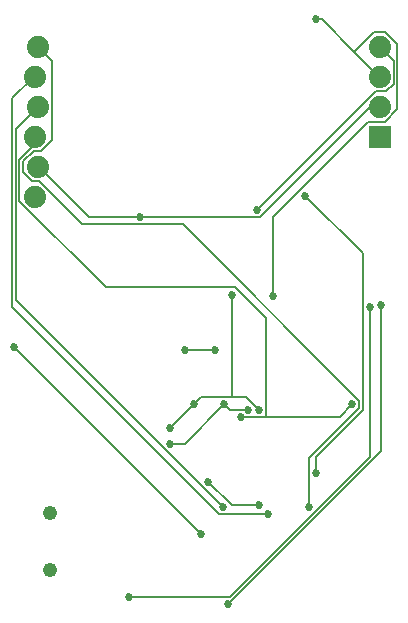
<source format=gbl>
G75*
%MOIN*%
%OFA0B0*%
%FSLAX25Y25*%
%IPPOS*%
%LPD*%
%AMOC8*
5,1,8,0,0,1.08239X$1,22.5*
%
%ADD10R,0.07400X0.07400*%
%ADD11C,0.07400*%
%ADD12C,0.04800*%
%ADD13C,0.00600*%
%ADD14C,0.02700*%
D10*
X0127050Y0192667D03*
D11*
X0127050Y0202667D03*
X0127050Y0212667D03*
X0127050Y0222667D03*
X0013050Y0222667D03*
X0012050Y0212667D03*
X0013050Y0202667D03*
X0012050Y0192667D03*
X0013050Y0182667D03*
X0012050Y0172667D03*
D12*
X0017050Y0048167D03*
X0017050Y0067167D03*
D13*
X0043450Y0039267D02*
X0077050Y0039267D01*
X0123850Y0086067D01*
X0123850Y0135867D01*
X0127450Y0136467D02*
X0127450Y0087867D01*
X0076450Y0036867D01*
X0067450Y0060267D02*
X0005050Y0122667D01*
X0004450Y0135867D02*
X0004450Y0205467D01*
X0011650Y0212667D01*
X0012050Y0212667D01*
X0013050Y0202667D02*
X0005650Y0195267D01*
X0005650Y0138267D01*
X0074650Y0069267D01*
X0073450Y0066867D02*
X0004450Y0135867D01*
X0035650Y0142467D02*
X0006850Y0171267D01*
X0006850Y0185067D01*
X0011650Y0189867D01*
X0011650Y0192267D01*
X0012050Y0192667D01*
X0011650Y0188067D02*
X0014050Y0188067D01*
X0017650Y0191667D01*
X0017650Y0218067D01*
X0013050Y0222667D01*
X0011650Y0188067D02*
X0008050Y0184467D01*
X0008050Y0180867D01*
X0011050Y0177867D01*
X0013450Y0177867D01*
X0027850Y0163467D01*
X0061450Y0163467D01*
X0120250Y0104667D01*
X0120250Y0102267D01*
X0103450Y0085467D01*
X0103450Y0069267D01*
X0105850Y0080667D02*
X0105850Y0086067D01*
X0121450Y0101667D01*
X0121450Y0153867D01*
X0102250Y0173067D01*
X0091450Y0165867D02*
X0123250Y0197667D01*
X0128650Y0197667D01*
X0132850Y0201867D01*
X0132850Y0223467D01*
X0128650Y0227667D01*
X0125050Y0227667D01*
X0118450Y0221067D01*
X0107650Y0231867D01*
X0105850Y0231867D01*
X0118450Y0221067D02*
X0126850Y0212667D01*
X0127050Y0212667D01*
X0125650Y0207867D02*
X0129250Y0207867D01*
X0131650Y0210267D01*
X0131650Y0218067D01*
X0127050Y0222667D01*
X0125650Y0207867D02*
X0086050Y0168267D01*
X0087250Y0165867D02*
X0047050Y0165867D01*
X0030250Y0165867D01*
X0013450Y0182667D01*
X0013050Y0182667D01*
X0035650Y0142467D02*
X0078850Y0142467D01*
X0089050Y0132267D01*
X0089050Y0099267D01*
X0080650Y0099267D01*
X0083050Y0101667D02*
X0077050Y0101667D01*
X0075250Y0103467D01*
X0062050Y0090267D01*
X0057250Y0090267D01*
X0057250Y0095667D02*
X0065050Y0103467D01*
X0067450Y0105867D01*
X0077650Y0105867D01*
X0077650Y0140067D01*
X0072250Y0121467D02*
X0062050Y0121467D01*
X0077650Y0105867D02*
X0082450Y0105867D01*
X0086650Y0101667D01*
X0089050Y0099267D02*
X0113650Y0099267D01*
X0117850Y0103467D01*
X0091450Y0139467D02*
X0091450Y0165867D01*
X0087250Y0165867D02*
X0123850Y0202467D01*
X0126850Y0202467D01*
X0127050Y0202667D01*
X0069850Y0077667D02*
X0077650Y0069867D01*
X0086650Y0069867D01*
X0089650Y0066867D02*
X0073450Y0066867D01*
D14*
X0074650Y0069267D03*
X0069850Y0077667D03*
X0067450Y0060267D03*
X0076450Y0036867D03*
X0089650Y0066867D03*
X0086650Y0069867D03*
X0080650Y0099267D03*
X0083050Y0101667D03*
X0086650Y0101667D03*
X0075250Y0103467D03*
X0072250Y0121467D03*
X0065050Y0103467D03*
X0057250Y0095667D03*
X0057250Y0090267D03*
X0062050Y0121467D03*
X0077650Y0140067D03*
X0091450Y0139467D03*
X0086050Y0168267D03*
X0102250Y0173067D03*
X0123850Y0135867D03*
X0127450Y0136467D03*
X0117850Y0103467D03*
X0105850Y0080667D03*
X0103450Y0069267D03*
X0047050Y0165867D03*
X0005050Y0122667D03*
X0043450Y0039267D03*
X0105850Y0231867D03*
M02*

</source>
